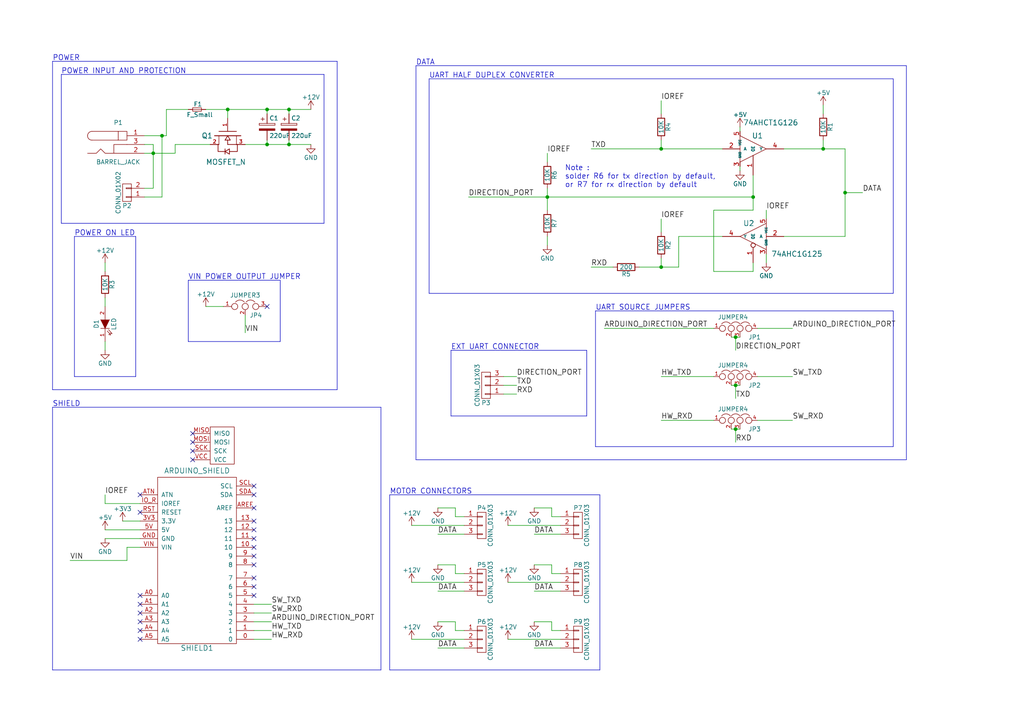
<source format=kicad_sch>
(kicad_sch (version 20230121) (generator eeschema)
  (paper "A4")
  (lib_symbols
    (symbol "74:74AHC1G125" (pin_names (offset 1.016))
      (property "Reference" "U" (at -1.27 5.08 0))
      (property "Value" "74AHC1G125" (at 5.08 7.62 0))
      (symbol "74AHC1G125_0_1"
        (polyline (pts (xy -3.81 -3.81) (xy -3.81 3.81) (xy 3.81 0) (xy -3.81 -3.81)))
      )
      (symbol "74AHC1G125_1_1"
        (pin input inverted (at 0 -7.62 90) (length 5.715) (name "0E") (number "1"))
        (pin input line (at -8.89 0 0) (length 5.08) (name "A") (number "2"))
        (pin power_in line (at -3.81 -5.08 90) (length 1.27) (name "GND") (number "3"))
        (pin output line (at 8.89 0 180) (length 5.08) (name "Y") (number "4"))
        (pin power_in line (at -3.81 5.08 270) (length 1.27) (name "VCC") (number "5"))
      )
    )
    (symbol "74:74AHCT1G126" (pin_names (offset 1.016))
      (property "Reference" "U" (at -1.27 5.08 0))
      (property "Value" "74AHCT1G126" (at 5.08 7.62 0))
      (symbol "74AHCT1G126_0_1"
        (polyline (pts (xy -3.81 -3.81) (xy -3.81 3.81) (xy 3.81 0) (xy -3.81 -3.81)))
      )
      (symbol "74AHCT1G126_1_1"
        (pin input line (at 0 -7.62 90) (length 5.715) (name "0E") (number "1"))
        (pin input line (at -8.89 0 0) (length 5.08) (name "A") (number "2"))
        (pin power_in line (at -3.81 -5.08 90) (length 1.27) (name "GND") (number "3"))
        (pin output line (at 8.89 0 180) (length 5.08) (name "Y") (number "4"))
        (pin power_in line (at -3.81 5.08 270) (length 1.27) (name "VCC") (number "5"))
      )
    )
    (symbol "arduino:ARDUINO_SHIELD" (pin_names (offset 1.016))
      (property "Reference" "SHIELD" (at 0 -22.86 0))
      (property "Value" "ARDUINO_SHIELD" (at 0 28.575 0))
      (symbol "ARDUINO_SHIELD_0_1"
        (rectangle (start -11.43 26.67) (end 11.43 -21.59))
        (rectangle (start 3.81 41.275) (end 10.795 30.48))
      )
      (symbol "ARDUINO_SHIELD_1_1"
        (pin bidirectional line (at 16.51 -20.32 180) (length 5.08) (name "0") (number "0"))
        (pin bidirectional line (at 16.51 -17.78 180) (length 5.08) (name "1") (number "1"))
        (pin bidirectional line (at 16.51 6.35 180) (length 5.08) (name "10") (number "10"))
        (pin bidirectional line (at 16.51 8.89 180) (length 5.08) (name "11") (number "11"))
        (pin bidirectional line (at 16.51 11.43 180) (length 5.08) (name "12") (number "12"))
        (pin bidirectional line (at 16.51 13.97 180) (length 5.08) (name "13") (number "13"))
        (pin bidirectional line (at 16.51 -15.24 180) (length 5.08) (name "2") (number "2"))
        (pin bidirectional line (at 16.51 -12.7 180) (length 5.08) (name "3") (number "3"))
        (pin power_in line (at -16.51 13.97 0) (length 5.08) (name "3.3V") (number "3V3"))
        (pin bidirectional line (at 16.51 -10.16 180) (length 5.08) (name "4") (number "4"))
        (pin bidirectional line (at 16.51 -7.62 180) (length 5.08) (name "5") (number "5"))
        (pin power_in line (at -16.51 11.43 0) (length 5.08) (name "5V") (number "5V"))
        (pin bidirectional line (at 16.51 -5.08 180) (length 5.08) (name "6") (number "6"))
        (pin bidirectional line (at 16.51 -2.54 180) (length 5.08) (name "7") (number "7"))
        (pin bidirectional line (at 16.51 1.27 180) (length 5.08) (name "8") (number "8"))
        (pin bidirectional line (at 16.51 3.81 180) (length 5.08) (name "9") (number "9"))
        (pin bidirectional line (at -16.51 -7.62 0) (length 5.08) (name "A0") (number "A0"))
        (pin bidirectional line (at -16.51 -10.16 0) (length 5.08) (name "A1") (number "A1"))
        (pin bidirectional line (at -16.51 -12.7 0) (length 5.08) (name "A2") (number "A2"))
        (pin bidirectional line (at -16.51 -15.24 0) (length 5.08) (name "A3") (number "A3"))
        (pin bidirectional line (at -16.51 -17.78 0) (length 5.08) (name "A4") (number "A4"))
        (pin bidirectional line (at -16.51 -20.32 0) (length 5.08) (name "A5") (number "A5"))
        (pin bidirectional line (at 16.51 17.78 180) (length 5.08) (name "AREF") (number "AREF"))
        (pin power_in line (at -16.51 21.59 0) (length 5.08) (name "ATN") (number "ATN"))
        (pin power_in line (at -16.51 8.89 0) (length 5.08) (name "GND") (number "GND"))
        (pin power_in line (at -16.51 19.05 0) (length 5.08) (name "IOREF") (number "IO_R"))
        (pin bidirectional line (at -1.27 39.37 0) (length 5.08) (name "MISO") (number "MISO"))
        (pin bidirectional line (at -1.27 36.83 0) (length 5.08) (name "MOSI") (number "MOSI"))
        (pin bidirectional line (at -16.51 16.51 0) (length 5.08) (name "RESET") (number "RST"))
        (pin bidirectional line (at -1.27 34.29 0) (length 5.08) (name "SCK") (number "SCK"))
        (pin bidirectional line (at 16.51 24.13 180) (length 5.08) (name "SCL") (number "SCL"))
        (pin bidirectional line (at 16.51 21.59 180) (length 5.08) (name "SDA") (number "SDA"))
        (pin power_in line (at -1.27 31.75 0) (length 5.08) (name "VCC") (number "VCC"))
        (pin power_in line (at -16.51 6.35 0) (length 5.08) (name "VIN") (number "VIN"))
      )
    )
    (symbol "custom_device:JUMPER4" (pin_names (offset 0.762) hide)
      (property "Reference" "JP" (at 3.175 -2.54 0))
      (property "Value" "JUMPER4" (at -1.27 2.54 0))
      (symbol "JUMPER4_0_1"
        (circle (center -3.81 0) (radius 0.889))
        (arc (start -1.524 1.27) (mid -2.794 1.8804) (end -4.064 1.27))
        (circle (center -1.27 0) (radius 0.9144))
        (circle (center 1.27 0) (radius 0.9144))
        (arc (start 1.27 1.27) (mid 0 1.8804) (end -1.27 1.27))
        (circle (center 3.81 0) (radius 0.9144))
        (arc (start 4.064 1.27) (mid 2.794 1.8804) (end 1.524 1.27))
        (pin passive line (at -6.35 0 0) (length 1.651) (name "1") (number "1"))
        (pin passive line (at -1.27 -2.54 90) (length 1.524) (name "2") (number "2"))
        (pin passive line (at 1.27 -2.54 90) (length 1.524) (name "3") (number "3"))
        (pin passive line (at 6.35 0 180) (length 1.651) (name "4") (number "4"))
      )
    )
    (symbol "dynamixel_shield-rescue:+12V" (power) (pin_names (offset 0))
      (property "Value" "+12V" (at 0 3.556 0))
      (symbol "+12V_0_1"
        (polyline (pts (xy -0.762 1.27) (xy 0 2.54)))
        (polyline (pts (xy 0 0) (xy 0 2.54)))
        (polyline (pts (xy 0 2.54) (xy 0.762 1.27)))
      )
      (symbol "+12V_1_1"
        (pin power_in line (at 0 0 90) (length 0) hide (name "+12V") (number "1"))
      )
    )
    (symbol "dynamixel_shield-rescue:+3.3V" (power) (pin_names (offset 0))
      (property "Value" "+3.3V" (at 0 3.556 0))
      (symbol "+3.3V_0_1"
        (polyline (pts (xy -0.762 1.27) (xy 0 2.54)))
        (polyline (pts (xy 0 0) (xy 0 2.54)))
        (polyline (pts (xy 0 2.54) (xy 0.762 1.27)))
      )
      (symbol "+3.3V_1_1"
        (pin power_in line (at 0 0 90) (length 0) hide (name "+3V3") (number "1"))
      )
    )
    (symbol "dynamixel_shield-rescue:+5V" (power) (pin_names (offset 0))
      (property "Value" "+5V" (at 0 3.556 0))
      (symbol "+5V_0_1"
        (polyline (pts (xy -0.762 1.27) (xy 0 2.54)))
        (polyline (pts (xy 0 0) (xy 0 2.54)))
        (polyline (pts (xy 0 2.54) (xy 0.762 1.27)))
      )
      (symbol "+5V_1_1"
        (pin power_in line (at 0 0 90) (length 0) hide (name "+5V") (number "1"))
      )
    )
    (symbol "dynamixel_shield-rescue:BARREL_JACK" (pin_names (offset 1.016))
      (property "Reference" "CON" (at 0 6.35 0))
      (property "Value" "BARREL_JACK" (at 0 -5.08 0))
      (symbol "BARREL_JACK_0_1"
        (arc (start -8.89 2.54) (mid -8.5271 1.6254) (end -7.62 1.27))
        (arc (start -7.62 3.81) (mid -8.5088 3.4366) (end -8.89 2.54))
        (polyline (pts (xy -7.62 1.27) (xy 0 1.27)))
        (polyline (pts (xy 0 3.81) (xy -7.62 3.81)))
        (polyline (pts (xy 2.54 0) (xy -1.27 0) (xy -1.27 -2.54)))
        (polyline (pts (xy 2.54 -2.54) (xy -3.81 -2.54) (xy -5.08 -1.27) (xy -6.35 -2.54) (xy -8.89 -2.54)))
        (rectangle (start 2.54 3.81) (end 0 1.27))
      )
      (symbol "BARREL_JACK_1_1"
        (pin passive line (at 7.62 2.54 180) (length 5.08) (name "~") (number "1"))
        (pin passive line (at 7.62 -2.54 180) (length 5.08) (name "~") (number "2"))
        (pin passive line (at 7.62 0 180) (length 5.08) (name "~") (number "3"))
      )
    )
    (symbol "dynamixel_shield-rescue:CONN_01X02" (pin_names (offset 1.016) hide)
      (property "Reference" "P" (at 0 3.81 0))
      (property "Value" "CONN_01X02" (at 2.54 0 90))
      (symbol "CONN_01X02_0_1"
        (rectangle (start -1.27 -1.143) (end 0.254 -1.397))
        (rectangle (start -1.27 1.397) (end 0.254 1.143))
        (rectangle (start -1.27 2.54) (end 1.27 -2.54))
      )
      (symbol "CONN_01X02_1_1"
        (pin passive line (at -5.08 1.27 0) (length 3.81) (name "P1") (number "1"))
        (pin passive line (at -5.08 -1.27 0) (length 3.81) (name "P2") (number "2"))
      )
    )
    (symbol "dynamixel_shield-rescue:CONN_01X03" (pin_names (offset 1.016) hide)
      (property "Reference" "P" (at 0 5.08 0))
      (property "Value" "CONN_01X03" (at 2.54 0 90))
      (symbol "CONN_01X03_0_1"
        (rectangle (start -1.27 -2.413) (end 0.254 -2.667))
        (rectangle (start -1.27 0.127) (end 0.254 -0.127))
        (rectangle (start -1.27 2.667) (end 0.254 2.413))
        (rectangle (start -1.27 3.81) (end 1.27 -3.81))
      )
      (symbol "CONN_01X03_1_1"
        (pin passive line (at -5.08 2.54 0) (length 3.81) (name "P1") (number "1"))
        (pin passive line (at -5.08 0 0) (length 3.81) (name "P2") (number "2"))
        (pin passive line (at -5.08 -2.54 0) (length 3.81) (name "P3") (number "3"))
      )
    )
    (symbol "dynamixel_shield-rescue:CP" (pin_numbers hide) (pin_names (offset 0.254))
      (property "Reference" "C" (at 0.635 2.54 0))
      (property "Value" "CP" (at 0.635 -2.54 0))
      (symbol "CP_0_1"
        (rectangle (start -2.286 0.508) (end -2.286 1.016))
        (rectangle (start -2.286 0.508) (end 2.286 0.508))
        (polyline (pts (xy -1.778 2.286) (xy -0.762 2.286)))
        (polyline (pts (xy -1.27 2.794) (xy -1.27 1.778)))
        (rectangle (start 2.286 -0.508) (end -2.286 -1.016) (fill (type outline)))
        (rectangle (start 2.286 1.016) (end -2.286 1.016))
        (rectangle (start 2.286 1.016) (end 2.286 0.508))
      )
      (symbol "CP_1_1"
        (pin passive line (at 0 3.81 270) (length 2.794) (name "~") (number "1"))
        (pin passive line (at 0 -3.81 90) (length 2.794) (name "~") (number "2"))
      )
    )
    (symbol "dynamixel_shield-rescue:F_Small" (pin_numbers hide) (pin_names (offset 0.254) hide)
      (property "Reference" "F" (at -1.016 1.524 0))
      (property "Value" "F_Small" (at -3.048 -1.524 0))
      (symbol "F_Small_0_1"
        (rectangle (start -1.27 0.508) (end 1.27 -0.508))
        (polyline (pts (xy -1.27 0) (xy 1.27 0)))
      )
      (symbol "F_Small_1_1"
        (pin passive line (at -2.54 0 0) (length 1.27) (name "~") (number "1"))
        (pin passive line (at 2.54 0 180) (length 1.27) (name "~") (number "2"))
      )
    )
    (symbol "dynamixel_shield-rescue:GND" (power) (pin_names (offset 0))
      (property "Value" "GND" (at 0 -3.81 0))
      (symbol "GND_0_1"
        (polyline (pts (xy 0 0) (xy 0 -1.27) (xy 1.27 -1.27) (xy 0 -2.54) (xy -1.27 -1.27) (xy 0 -1.27)))
      )
      (symbol "GND_1_1"
        (pin power_in line (at 0 0 270) (length 0) hide (name "GND") (number "1"))
      )
    )
    (symbol "dynamixel_shield-rescue:JUMPER3" (pin_names (offset 0.762) hide)
      (property "Reference" "JP" (at 1.27 -2.54 0))
      (property "Value" "JUMPER3" (at 0 2.54 0))
      (symbol "JUMPER3_0_1"
        (circle (center -3.048 0) (radius 0.889))
        (arc (start -0.254 1.27) (mid -1.524 1.8804) (end -2.794 1.27))
        (circle (center 0 0) (radius 0.9144))
        (arc (start 2.794 1.27) (mid 1.524 1.8804) (end 0.254 1.27))
        (circle (center 3.048 0) (radius 0.889))
        (pin passive line (at -6.35 0 0) (length 2.413) (name "1") (number "1"))
        (pin passive line (at 0 -2.54 90) (length 1.524) (name "2") (number "2"))
        (pin passive line (at 6.35 0 180) (length 2.413) (name "3") (number "3"))
      )
    )
    (symbol "dynamixel_shield-rescue:LED-RESCUE-dynamixel_shield" (pin_names (offset 1.016) hide)
      (property "Reference" "D" (at 0 2.54 0))
      (property "Value" "LED-RESCUE-dynamixel_shield" (at 0 -2.54 0))
      (symbol "LED-RESCUE-dynamixel_shield_0_1"
        (polyline (pts (xy -1.27 1.27) (xy -1.27 -1.27)))
        (polyline (pts (xy -2.032 -0.635) (xy -3.175 -1.651) (xy -3.048 -1.016)))
        (polyline (pts (xy -1.651 -1.016) (xy -2.794 -2.032) (xy -2.667 -1.397)))
        (polyline (pts (xy 1.27 1.27) (xy -1.27 0) (xy 1.27 -1.27)) (fill (type outline)))
      )
      (symbol "LED-RESCUE-dynamixel_shield_1_1"
        (pin passive line (at -5.08 0 0) (length 3.81) (name "K") (number "1"))
        (pin passive line (at 5.08 0 180) (length 3.81) (name "A") (number "2"))
      )
    )
    (symbol "dynamixel_shield-rescue:MOSFET_N" (pin_names (offset 0) hide)
      (property "Reference" "Q" (at -2.286 4.318 0))
      (property "Value" "MOSFET_N" (at 1.524 -6.35 0))
      (symbol "MOSFET_N_0_1"
        (polyline (pts (xy -1.27 -2.54) (xy -1.27 2.54)) (stroke (width 0.2032)))
        (polyline (pts (xy 0 -3.81) (xy 0 3.81)) (stroke (width 0.254)))
        (polyline (pts (xy 1.27 0) (xy 2.54 0)) (stroke (width 0.2032)))
        (polyline (pts (xy 2.54 -2.54) (xy 0 -2.54)))
        (polyline (pts (xy 2.54 -2.54) (xy 2.54 0)) (stroke (width 0.2032)))
        (polyline (pts (xy 2.54 2.54) (xy 0 2.54)))
        (polyline (pts (xy 5.334 0.762) (xy 3.81 0.762)) (stroke (width 0.2032)))
        (polyline (pts (xy 2.54 -2.794) (xy 4.572 -2.794) (xy 4.572 -0.508)) (stroke (width 0.2032)))
        (polyline (pts (xy 4.572 0.762) (xy 4.572 2.794) (xy 2.54 2.794)) (stroke (width 0.2032)))
        (polyline (pts (xy 1.27 0.762) (xy 1.27 -0.762) (xy 0 0) (xy 1.27 0.762) (xy 1.27 0.762)) (stroke (width 0.2032)))
        (polyline (pts (xy 5.334 -0.508) (xy 3.81 -0.508) (xy 4.572 0.762) (xy 5.334 -0.508) (xy 5.334 -0.508)) (stroke (width 0.2032)))
      )
      (symbol "MOSFET_N_1_1"
        (pin input line (at -5.08 0 0) (length 3.81) (name "G") (number "1"))
        (pin passive line (at 2.54 5.08 270) (length 2.54) (name "D") (number "2"))
        (pin passive line (at 2.54 -5.08 90) (length 2.54) (name "S") (number "3"))
      )
    )
    (symbol "dynamixel_shield-rescue:R" (pin_numbers hide) (pin_names (offset 0))
      (property "Reference" "R" (at 2.032 0 90))
      (property "Value" "R" (at 0 0 90))
      (symbol "R_0_1"
        (rectangle (start -1.016 -2.54) (end 1.016 2.54) (stroke (width 0.254)))
      )
      (symbol "R_1_1"
        (pin passive line (at 0 3.81 270) (length 1.27) (name "~") (number "1"))
        (pin passive line (at 0 -3.81 90) (length 1.27) (name "~") (number "2"))
      )
    )
  )
  (junction (at 44.45 44.45))
  (junction (at 158.75 57.15))
  (junction (at 213.36 124.46))
  (junction (at 213.36 97.79))
  (junction (at 191.77 77.47))
  (junction (at 218.44 57.15))
  (junction (at 245.11 55.88))
  (junction (at 46.99 39.37))
  (junction (at 83.82 41.91))
  (junction (at 83.82 31.75))
  (junction (at 238.76 43.18))
  (junction (at 77.47 41.91))
  (junction (at 77.47 31.75))
  (junction (at 191.77 43.18))
  (junction (at 213.36 111.76))
  (junction (at 66.04 31.75))
  (no_connect (at 40.64 182.88))
  (no_connect (at 73.66 172.72))
  (no_connect (at 73.66 170.18))
  (no_connect (at 73.66 147.32))
  (no_connect (at 73.66 156.21))
  (no_connect (at 40.64 177.8))
  (no_connect (at 40.64 180.34))
  (no_connect (at 73.66 167.64))
  (no_connect (at 73.66 158.75))
  (no_connect (at 73.66 140.97))
  (no_connect (at 40.64 172.72))
  (no_connect (at 40.64 185.42))
  (no_connect (at 40.64 143.51))
  (no_connect (at 73.66 143.51))
  (no_connect (at 55.88 130.81))
  (no_connect (at 55.88 125.73))
  (no_connect (at 73.66 151.13))
  (no_connect (at 73.66 161.29))
  (no_connect (at 40.64 175.26))
  (no_connect (at 77.47 88.9))
  (no_connect (at 40.64 148.59))
  (no_connect (at 55.88 128.27))
  (no_connect (at 73.66 163.83))
  (no_connect (at 55.88 133.35))
  (no_connect (at 73.66 153.67))
  (wire (pts (xy 245.11 68.58) (xy 245.11 55.88)))
  (wire (pts (xy 154.94 171.45) (xy 162.56 171.45)))
  (wire (pts (xy 78.74 180.34) (xy 73.66 180.34)))
  (wire (pts (xy 213.36 124.46) (xy 213.36 128.27)))
  (wire (pts (xy 66.04 34.29) (xy 66.04 31.75)))
  (polyline (pts (xy 120.65 19.05) (xy 262.89 19.05)))
  (wire (pts (xy 196.85 68.58) (xy 196.85 77.47)))
  (polyline (pts (xy 173.99 143.51) (xy 173.99 194.31)))
  (polyline (pts (xy 15.24 17.78) (xy 97.79 17.78)))
  (wire (pts (xy 41.91 44.45) (xy 44.45 44.45)))
  (wire (pts (xy 175.26 95.25) (xy 207.01 95.25)))
  (wire (pts (xy 36.83 162.56) (xy 20.32 162.56)))
  (polyline (pts (xy 170.18 101.6) (xy 170.18 120.65)))
  (wire (pts (xy 127 154.94) (xy 134.62 154.94)))
  (polyline (pts (xy 110.49 194.31) (xy 15.24 194.31)))
  (wire (pts (xy 77.47 31.75) (xy 77.47 33.02)))
  (polyline (pts (xy 262.89 133.35) (xy 120.65 133.35)))
  (wire (pts (xy 158.75 71.12) (xy 158.75 68.58)))
  (wire (pts (xy 219.71 95.25) (xy 229.87 95.25)))
  (wire (pts (xy 77.47 41.91) (xy 83.82 41.91)))
  (wire (pts (xy 127 147.32) (xy 132.08 147.32)))
  (polyline (pts (xy 110.49 118.11) (xy 110.49 194.31)))
  (wire (pts (xy 30.48 86.36) (xy 30.48 88.9)))
  (polyline (pts (xy 15.24 194.31) (xy 15.24 118.11)))
  (polyline (pts (xy 262.89 19.05) (xy 262.89 133.35)))
  (wire (pts (xy 214.63 48.26) (xy 214.63 49.53)))
  (wire (pts (xy 154.94 180.34) (xy 160.02 180.34)))
  (wire (pts (xy 146.05 114.3) (xy 149.86 114.3)))
  (polyline (pts (xy 15.24 113.03) (xy 15.24 17.78)))
  (polyline (pts (xy 172.72 129.54) (xy 172.72 90.17)))
  (wire (pts (xy 41.91 57.15) (xy 46.99 57.15)))
  (wire (pts (xy 191.77 77.47) (xy 185.42 77.47)))
  (wire (pts (xy 158.75 54.61) (xy 158.75 57.15)))
  (wire (pts (xy 209.55 43.18) (xy 191.77 43.18)))
  (wire (pts (xy 191.77 63.5) (xy 191.77 67.31)))
  (wire (pts (xy 207.01 60.96) (xy 207.01 78.74)))
  (wire (pts (xy 48.26 39.37) (xy 46.99 39.37)))
  (polyline (pts (xy 93.98 21.59) (xy 93.98 64.77)))
  (wire (pts (xy 238.76 43.18) (xy 245.11 43.18)))
  (wire (pts (xy 83.82 40.64) (xy 83.82 41.91)))
  (wire (pts (xy 50.8 44.45) (xy 50.8 41.91)))
  (wire (pts (xy 132.08 166.37) (xy 134.62 166.37)))
  (wire (pts (xy 158.75 44.45) (xy 158.75 46.99)))
  (wire (pts (xy 36.83 158.75) (xy 36.83 162.56)))
  (polyline (pts (xy 170.18 120.65) (xy 130.81 120.65)))
  (wire (pts (xy 48.26 31.75) (xy 48.26 39.37)))
  (wire (pts (xy 196.85 77.47) (xy 191.77 77.47)))
  (wire (pts (xy 119.38 152.4) (xy 134.62 152.4)))
  (wire (pts (xy 146.05 109.22) (xy 149.86 109.22)))
  (wire (pts (xy 127 171.45) (xy 134.62 171.45)))
  (polyline (pts (xy 113.03 194.31) (xy 113.03 143.51)))
  (wire (pts (xy 54.61 31.75) (xy 48.26 31.75)))
  (wire (pts (xy 191.77 109.22) (xy 207.01 109.22)))
  (wire (pts (xy 147.32 152.4) (xy 162.56 152.4)))
  (wire (pts (xy 209.55 68.58) (xy 196.85 68.58)))
  (wire (pts (xy 191.77 74.93) (xy 191.77 77.47)))
  (polyline (pts (xy 21.59 109.22) (xy 21.59 68.58)))
  (polyline (pts (xy 15.24 118.11) (xy 110.49 118.11)))
  (polyline (pts (xy 81.28 99.06) (xy 54.61 99.06)))
  (wire (pts (xy 44.45 44.45) (xy 50.8 44.45)))
  (wire (pts (xy 46.99 39.37) (xy 41.91 39.37)))
  (wire (pts (xy 227.33 43.18) (xy 238.76 43.18)))
  (wire (pts (xy 132.08 180.34) (xy 132.08 182.88)))
  (wire (pts (xy 160.02 147.32) (xy 160.02 149.86)))
  (wire (pts (xy 158.75 57.15) (xy 158.75 60.96)))
  (polyline (pts (xy 259.08 90.17) (xy 259.08 129.54)))
  (wire (pts (xy 213.36 111.76) (xy 213.36 115.57)))
  (wire (pts (xy 119.38 185.42) (xy 134.62 185.42)))
  (wire (pts (xy 191.77 40.64) (xy 191.77 43.18)))
  (wire (pts (xy 212.09 124.46) (xy 213.36 124.46)))
  (wire (pts (xy 245.11 55.88) (xy 245.11 43.18)))
  (wire (pts (xy 44.45 54.61) (xy 41.91 54.61)))
  (polyline (pts (xy 97.79 17.78) (xy 97.79 113.03)))
  (wire (pts (xy 132.08 149.86) (xy 134.62 149.86)))
  (wire (pts (xy 213.36 111.76) (xy 214.63 111.76)))
  (polyline (pts (xy 173.99 194.31) (xy 113.03 194.31)))
  (wire (pts (xy 83.82 31.75) (xy 90.17 31.75)))
  (wire (pts (xy 238.76 40.64) (xy 238.76 43.18)))
  (wire (pts (xy 218.44 50.8) (xy 218.44 57.15)))
  (polyline (pts (xy 120.65 133.35) (xy 120.65 19.05)))
  (wire (pts (xy 30.48 143.51) (xy 30.48 146.05)))
  (wire (pts (xy 83.82 33.02) (xy 83.82 31.75)))
  (polyline (pts (xy 113.03 143.51) (xy 173.99 143.51)))
  (wire (pts (xy 127 163.83) (xy 132.08 163.83)))
  (wire (pts (xy 227.33 68.58) (xy 245.11 68.58)))
  (wire (pts (xy 191.77 121.92) (xy 207.01 121.92)))
  (wire (pts (xy 218.44 60.96) (xy 207.01 60.96)))
  (wire (pts (xy 44.45 41.91) (xy 44.45 44.45)))
  (wire (pts (xy 119.38 168.91) (xy 134.62 168.91)))
  (wire (pts (xy 160.02 163.83) (xy 160.02 166.37)))
  (polyline (pts (xy 259.08 129.54) (xy 172.72 129.54)))
  (wire (pts (xy 147.32 185.42) (xy 162.56 185.42)))
  (wire (pts (xy 83.82 41.91) (xy 90.17 41.91)))
  (wire (pts (xy 160.02 182.88) (xy 162.56 182.88)))
  (wire (pts (xy 222.25 63.5) (xy 222.25 60.96)))
  (wire (pts (xy 218.44 78.74) (xy 218.44 76.2)))
  (wire (pts (xy 41.91 41.91) (xy 44.45 41.91)))
  (polyline (pts (xy 172.72 90.17) (xy 259.08 90.17)))
  (wire (pts (xy 213.36 97.79) (xy 214.63 97.79)))
  (wire (pts (xy 213.36 97.79) (xy 213.36 101.6)))
  (wire (pts (xy 30.48 146.05) (xy 40.64 146.05)))
  (wire (pts (xy 154.94 163.83) (xy 160.02 163.83)))
  (wire (pts (xy 160.02 180.34) (xy 160.02 182.88)))
  (wire (pts (xy 238.76 30.48) (xy 238.76 33.02)))
  (wire (pts (xy 160.02 166.37) (xy 162.56 166.37)))
  (wire (pts (xy 127 187.96) (xy 134.62 187.96)))
  (polyline (pts (xy 93.98 64.77) (xy 17.78 64.77)))
  (wire (pts (xy 66.04 31.75) (xy 77.47 31.75)))
  (wire (pts (xy 212.09 111.76) (xy 213.36 111.76)))
  (wire (pts (xy 191.77 43.18) (xy 171.45 43.18)))
  (polyline (pts (xy 130.81 120.65) (xy 130.81 101.6)))
  (wire (pts (xy 127 180.34) (xy 132.08 180.34)))
  (wire (pts (xy 40.64 158.75) (xy 36.83 158.75)))
  (wire (pts (xy 214.63 36.83) (xy 214.63 38.1)))
  (wire (pts (xy 50.8 41.91) (xy 60.96 41.91)))
  (wire (pts (xy 154.94 147.32) (xy 160.02 147.32)))
  (wire (pts (xy 40.64 151.13) (xy 35.56 151.13)))
  (wire (pts (xy 77.47 31.75) (xy 83.82 31.75)))
  (polyline (pts (xy 130.81 101.6) (xy 170.18 101.6)))
  (wire (pts (xy 171.45 77.47) (xy 177.8 77.47)))
  (wire (pts (xy 132.08 182.88) (xy 134.62 182.88)))
  (wire (pts (xy 213.36 124.46) (xy 214.63 124.46)))
  (wire (pts (xy 222.25 73.66) (xy 222.25 76.2)))
  (wire (pts (xy 59.69 31.75) (xy 66.04 31.75)))
  (polyline (pts (xy 259.08 85.09) (xy 124.46 85.09)))
  (wire (pts (xy 44.45 44.45) (xy 44.45 54.61)))
  (wire (pts (xy 212.09 97.79) (xy 213.36 97.79)))
  (wire (pts (xy 191.77 29.21) (xy 191.77 33.02)))
  (wire (pts (xy 78.74 185.42) (xy 73.66 185.42)))
  (wire (pts (xy 30.48 99.06) (xy 30.48 101.6)))
  (wire (pts (xy 46.99 57.15) (xy 46.99 39.37)))
  (polyline (pts (xy 97.79 113.03) (xy 15.24 113.03)))
  (polyline (pts (xy 39.37 68.58) (xy 39.37 109.22)))
  (wire (pts (xy 218.44 57.15) (xy 218.44 60.96)))
  (wire (pts (xy 135.89 57.15) (xy 158.75 57.15)))
  (wire (pts (xy 132.08 147.32) (xy 132.08 149.86)))
  (wire (pts (xy 132.08 163.83) (xy 132.08 166.37)))
  (polyline (pts (xy 54.61 99.06) (xy 54.61 81.28)))
  (polyline (pts (xy 54.61 81.28) (xy 81.28 81.28)))
  (wire (pts (xy 30.48 76.2) (xy 30.48 78.74)))
  (polyline (pts (xy 124.46 85.09) (xy 124.46 22.86)))
  (polyline (pts (xy 259.08 22.86) (xy 259.08 85.09)))
  (polyline (pts (xy 17.78 21.59) (xy 93.98 21.59)))
  (wire (pts (xy 154.94 187.96) (xy 162.56 187.96)))
  (polyline (pts (xy 81.28 81.28) (xy 81.28 99.06)))
  (wire (pts (xy 219.71 121.92) (xy 229.87 121.92)))
  (wire (pts (xy 207.01 78.74) (xy 218.44 78.74)))
  (wire (pts (xy 154.94 154.94) (xy 162.56 154.94)))
  (wire (pts (xy 73.66 182.88) (xy 78.74 182.88)))
  (wire (pts (xy 160.02 149.86) (xy 162.56 149.86)))
  (polyline (pts (xy 21.59 68.58) (xy 39.37 68.58)))
  (wire (pts (xy 71.12 91.44) (xy 71.12 96.52)))
  (wire (pts (xy 64.77 88.9) (xy 59.69 88.9)))
  (wire (pts (xy 30.48 153.67) (xy 40.64 153.67)))
  (wire (pts (xy 250.19 55.88) (xy 245.11 55.88)))
  (wire (pts (xy 77.47 40.64) (xy 77.47 41.91)))
  (wire (pts (xy 71.12 41.91) (xy 77.47 41.91)))
  (wire (pts (xy 219.71 109.22) (xy 229.87 109.22)))
  (wire (pts (xy 73.66 175.26) (xy 78.74 175.26)))
  (wire (pts (xy 147.32 168.91) (xy 162.56 168.91)))
  (wire (pts (xy 73.66 177.8) (xy 78.74 177.8)))
  (polyline (pts (xy 124.46 22.86) (xy 259.08 22.86)))
  (polyline (pts (xy 17.78 64.77) (xy 17.78 21.59)))
  (wire (pts (xy 158.75 57.15) (xy 218.44 57.15)))
  (wire (pts (xy 40.64 156.21) (xy 30.48 156.21)))
  (polyline (pts (xy 39.37 109.22) (xy 21.59 109.22)))
  (wire (pts (xy 149.86 111.76) (xy 146.05 111.76)))
  (text "EXT UART CONNECTOR" (at 130.81 101.6 0) (effects (font (size 1.524 1.524)) (justify left bottom)))
  (text "SHIELD" (at 15.24 118.11 0) (effects (font (size 1.524 1.524)) (justify left bottom)))
  (text "POWER" (at 15.24 17.78 0) (effects (font (size 1.524 1.524)) (justify left bottom)))
  (text "DATA" (at 120.65 19.05 0) (effects (font (size 1.524 1.524)) (justify left bottom)))
  (text "VIN POWER OUTPUT JUMPER" (at 54.61 81.28 0) (effects (font (size 1.524 1.524)) (justify left bottom)))
  (text "Note : \nsolder R6 for tx direction by default, \nor R7 for rx direction by default" (at 163.83 54.61 0) (effects (font (size 1.524 1.524)) (justify left bottom)))
  (text "UART HALF DUPLEX CONVERTER" (at 124.46 22.86 0) (effects (font (size 1.524 1.524)) (justify left bottom)))
  (text "POWER INPUT AND PROTECTION" (at 17.78 21.59 0) (effects (font (size 1.524 1.524)) (justify left bottom)))
  (text "MOTOR CONNECTORS" (at 113.03 143.51 0) (effects (font (size 1.524 1.524)) (justify left bottom)))
  (text "POWER ON LED" (at 21.59 68.58 0) (effects (font (size 1.524 1.524)) (justify left bottom)))
  (text "UART SOURCE JUMPERS" (at 172.72 90.17 0) (effects (font (size 1.524 1.524)) (justify left bottom)))
  (label "HW_TXD" (at 191.77 109.22 0) (effects (font (size 1.524 1.524))))
  (label "IOREF" (at 158.75 44.45 0) (effects (font (size 1.524 1.524))))
  (label "DIRECTION_PORT" (at 213.36 101.6 0) (effects (font (size 1.524 1.524))))
  (label "DATA" (at 127 187.96 0) (effects (font (size 1.524 1.524))))
  (label "ARDUINO_DIRECTION_PORT" (at 229.87 95.25 0) (effects (font (size 1.524 1.524))))
  (label "TXD" (at 149.86 111.76 0) (effects (font (size 1.524 1.524))))
  (label "SW_RXD" (at 229.87 121.92 0) (effects (font (size 1.524 1.524))))
  (label "IOREF" (at 30.48 143.51 0) (effects (font (size 1.524 1.524))))
  (label "SW_RXD" (at 78.74 177.8 0) (effects (font (size 1.524 1.524))))
  (label "RXD" (at 213.36 128.27 0) (effects (font (size 1.524 1.524))))
  (label "HW_RXD" (at 191.77 121.92 0) (effects (font (size 1.524 1.524))))
  (label "DIRECTION_PORT" (at 149.86 109.22 0) (effects (font (size 1.524 1.524))))
  (label "RXD" (at 149.86 114.3 0) (effects (font (size 1.524 1.524))))
  (label "DATA" (at 154.94 171.45 0) (effects (font (size 1.524 1.524))))
  (label "DIRECTION_PORT" (at 135.89 57.15 0) (effects (font (size 1.524 1.524))))
  (label "ARDUINO_DIRECTION_PORT" (at 175.26 95.25 0) (effects (font (size 1.524 1.524))))
  (label "DATA" (at 154.94 154.94 0) (effects (font (size 1.524 1.524))))
  (label "VIN" (at 71.12 96.52 0) (effects (font (size 1.524 1.524))))
  (label "HW_TXD" (at 78.74 182.88 0) (effects (font (size 1.524 1.524))))
  (label "DATA" (at 250.19 55.88 0) (effects (font (size 1.524 1.524))))
  (label "IOREF" (at 191.77 29.21 0) (effects (font (size 1.524 1.524))))
  (label "VIN" (at 20.32 162.56 0) (effects (font (size 1.524 1.524))))
  (label "TXD" (at 171.45 43.18 0) (effects (font (size 1.524 1.524))))
  (label "DATA" (at 127 154.94 0) (effects (font (size 1.524 1.524))))
  (label "IOREF" (at 222.25 60.96 0) (effects (font (size 1.524 1.524))))
  (label "HW_RXD" (at 78.74 185.42 0) (effects (font (size 1.524 1.524))))
  (label "IOREF" (at 191.77 63.5 0) (effects (font (size 1.524 1.524))))
  (label "TXD" (at 213.36 115.57 0) (effects (font (size 1.524 1.524))))
  (label "ARDUINO_DIRECTION_PORT" (at 78.74 180.34 0) (effects (font (size 1.524 1.524))))
  (label "SW_TXD" (at 78.74 175.26 0) (effects (font (size 1.524 1.524))))
  (label "DATA" (at 127 171.45 0) (effects (font (size 1.524 1.524))))
  (label "SW_TXD" (at 229.87 109.22 0) (effects (font (size 1.524 1.524))))
  (label "DATA" (at 154.94 187.96 0) (effects (font (size 1.524 1.524))))
  (label "RXD" (at 171.45 77.47 0) (effects (font (size 1.524 1.524))))
  (symbol (lib_id "dynamixel_shield-rescue:GND") (at 30.48 156.21 0) (unit 1)
    (property "Reference" "#PWR01" (effects hide))
    (property "Value" "GND" (at 30.48 160.02 0))
  )
  (symbol (lib_id "dynamixel_shield-rescue:+5V") (at 30.48 153.67 0) (unit 1)
    (property "Reference" "#PWR02" (effects hide))
    (property "Value" "+5V" (at 30.48 150.114 0))
  )
  (symbol (lib_id "dynamixel_shield-rescue:+3.3V") (at 35.56 151.13 0) (unit 1)
    (property "Reference" "#PWR03" (effects hide))
    (property "Value" "+3.3V" (at 35.56 147.574 0))
  )
  (symbol (lib_id "dynamixel_shield-rescue:MOSFET_N") (at 66.04 39.37 90) (mirror x) (unit 1)
    (property "Reference" "Q1" (at 58.42 39.37 90) (effects (font (size 1.524 1.524)) (justify right)))
    (property "Value" "MOSFET_N" (at 59.69 46.99 90) (effects (font (size 1.524 1.524)) (justify right)))
    (property "Footprint" "TO_SOT_Packages_SMD:TO-252-2Lead" (effects hide))
  )
  (symbol (lib_id "dynamixel_shield-rescue:GND") (at 90.17 41.91 0) (unit 1)
    (property "Reference" "#PWR04" (effects hide))
    (property "Value" "GND" (at 90.17 45.72 0))
  )
  (symbol (lib_id "dynamixel_shield-rescue:R") (at 238.76 36.83 0) (unit 1)
    (property "Reference" "R1" (at 240.792 36.83 90))
    (property "Value" "10K" (at 238.76 36.83 90))
    (property "Footprint" "Resistors_SMD:R_0603_HandSoldering" (effects hide))
  )
  (symbol (lib_id "dynamixel_shield-rescue:+5V") (at 238.76 30.48 0) (unit 1)
    (property "Reference" "#PWR05" (effects hide))
    (property "Value" "+5V" (at 238.76 26.924 0))
  )
  (symbol (lib_id "dynamixel_shield-rescue:GND") (at 214.63 49.53 0) (unit 1)
    (property "Reference" "#PWR06" (effects hide))
    (property "Value" "GND" (at 214.63 53.34 0))
  )
  (symbol (lib_id "dynamixel_shield-rescue:+5V") (at 214.63 36.83 0) (unit 1)
    (property "Reference" "#PWR07" (effects hide))
    (property "Value" "+5V" (at 214.63 33.274 0))
  )
  (symbol (lib_id "dynamixel_shield-rescue:GND") (at 222.25 76.2 0) (unit 1)
    (property "Reference" "#PWR08" (effects hide))
    (property "Value" "GND" (at 222.25 80.01 0))
  )
  (symbol (lib_id "dynamixel_shield-rescue:R") (at 191.77 71.12 0) (unit 1)
    (property "Reference" "R2" (at 193.802 71.12 90))
    (property "Value" "10K" (at 191.77 71.12 90))
    (property "Footprint" "Resistors_SMD:R_0603_HandSoldering" (effects hide))
  )
  (symbol (lib_id "dynamixel_shield-rescue:CONN_01X03") (at 139.7 152.4 0) (unit 1)
    (property "Reference" "P4" (at 139.7 147.32 0))
    (property "Value" "CONN_01X03" (at 142.24 152.4 90))
    (property "Footprint" "molex:Molex_spox_1x3_right" (effects hide))
  )
  (symbol (lib_id "dynamixel_shield-rescue:GND") (at 127 147.32 0) (unit 1)
    (property "Reference" "#PWR09" (effects hide))
    (property "Value" "GND" (at 127 151.13 0))
  )
  (symbol (lib_id "dynamixel_shield-rescue:+12V") (at 119.38 152.4 0) (unit 1)
    (property "Reference" "#PWR010" (effects hide))
    (property "Value" "+12V" (at 119.38 148.844 0))
  )
  (symbol (lib_id "dynamixel_shield-rescue:CONN_01X03") (at 139.7 168.91 0) (unit 1)
    (property "Reference" "P5" (at 139.7 163.83 0))
    (property "Value" "CONN_01X03" (at 142.24 168.91 90))
    (property "Footprint" "molex:Molex_spox_1x3_right" (effects hide))
  )
  (symbol (lib_id "dynamixel_shield-rescue:GND") (at 127 163.83 0) (unit 1)
    (property "Reference" "#PWR011" (effects hide))
    (property "Value" "GND" (at 127 167.64 0))
  )
  (symbol (lib_id "dynamixel_shield-rescue:+12V") (at 119.38 168.91 0) (unit 1)
    (property "Reference" "#PWR012" (effects hide))
    (property "Value" "+12V" (at 119.38 165.354 0))
  )
  (symbol (lib_id "dynamixel_shield-rescue:CONN_01X03") (at 139.7 185.42 0) (unit 1)
    (property "Reference" "P6" (at 139.7 180.34 0))
    (property "Value" "CONN_01X03" (at 142.24 185.42 90))
    (property "Footprint" "molex:Molex_spox_1x3_right" (effects hide))
  )
  (symbol (lib_id "dynamixel_shield-rescue:GND") (at 127 180.34 0) (unit 1)
    (property "Reference" "#PWR013" (effects hide))
    (property "Value" "GND" (at 127 184.15 0))
  )
  (symbol (lib_id "dynamixel_shield-rescue:+12V") (at 119.38 185.42 0) (unit 1)
    (property "Reference" "#PWR014" (effects hide))
    (property "Value" "+12V" (at 119.38 181.864 0))
  )
  (symbol (lib_id "dynamixel_shield-rescue:CONN_01X03") (at 167.64 152.4 0) (unit 1)
    (property "Reference" "P7" (at 167.64 147.32 0))
    (property "Value" "CONN_01X03" (at 170.18 152.4 90))
    (property "Footprint" "molex:Molex_spox_1x3_right" (effects hide))
  )
  (symbol (lib_id "dynamixel_shield-rescue:GND") (at 154.94 147.32 0) (unit 1)
    (property "Reference" "#PWR015" (effects hide))
    (property "Value" "GND" (at 154.94 151.13 0))
  )
  (symbol (lib_id "dynamixel_shield-rescue:+12V") (at 147.32 152.4 0) (unit 1)
    (property "Reference" "#PWR016" (effects hide))
    (property "Value" "+12V" (at 147.32 148.844 0))
  )
  (symbol (lib_id "dynamixel_shield-rescue:+12V") (at 59.69 88.9 0) (unit 1)
    (property "Reference" "#PWR017" (effects hide))
    (property "Value" "+12V" (at 59.69 85.344 0))
  )
  (symbol (lib_id "dynamixel_shield-rescue:CONN_01X02") (at 36.83 55.88 180) (unit 1)
    (property "Reference" "P2" (at 36.83 59.69 0))
    (property "Value" "CONN_01X02" (at 34.29 55.88 90))
    (property "Footprint" "Connect:bornier2" (effects hide))
  )
  (symbol (lib_id "74:74AHCT1G126") (at 218.44 43.18 0) (unit 1)
    (property "Reference" "U1" (at 219.71 39.37 0) (effects (font (size 1.524 1.524))))
    (property "Value" "74AHCT1G126" (at 223.52 35.56 0) (effects (font (size 1.524 1.524))))
    (property "Footprint" "TO_SOT_Packages_SMD:SOT-353" (effects hide))
  )
  (symbol (lib_id "74:74AHC1G125") (at 218.44 68.58 0) (mirror y) (unit 1)
    (property "Reference" "U2" (at 217.17 64.77 0) (effects (font (size 1.524 1.524))))
    (property "Value" "74AHC1G125" (at 231.14 73.66 0) (effects (font (size 1.524 1.524))))
    (property "Footprint" "TO_SOT_Packages_SMD:SOT-353" (effects hide))
  )
  (symbol (lib_id "dynamixel_shield-rescue:BARREL_JACK") (at 34.29 41.91 0) (unit 1)
    (property "Reference" "P1" (at 34.29 35.56 0))
    (property "Value" "BARREL_JACK" (at 34.29 46.99 0))
    (property "Footprint" "Connect:BARREL_JACK" (effects hide))
  )
  (symbol (lib_id "dynamixel_shield-rescue:F_Small") (at 57.15 31.75 0) (unit 1)
    (property "Reference" "F1" (at 56.134 30.226 0) (effects (justify left)))
    (property "Value" "F_Small" (at 54.102 33.274 0) (effects (justify left)))
    (property "Footprint" "fuse:Fuseholder5x20_horiz_lateral" (effects hide))
  )
  (symbol (lib_id "dynamixel_shield-rescue:+12V") (at 90.17 31.75 0) (unit 1)
    (property "Reference" "#PWR018" (effects hide))
    (property "Value" "+12V" (at 90.17 28.194 0))
  )
  (symbol (lib_id "dynamixel_shield-rescue:CONN_01X03") (at 140.97 111.76 180) (unit 1)
    (property "Reference" "P3" (at 140.97 116.84 0))
    (property "Value" "CONN_01X03" (at 138.43 111.76 90))
    (property "Footprint" "Pin_Headers:Pin_Header_Angled_1x03" (effects hide))
  )
  (symbol (lib_id "dynamixel_shield-rescue:CONN_01X03") (at 167.64 168.91 0) (unit 1)
    (property "Reference" "P8" (at 167.64 163.83 0))
    (property "Value" "CONN_01X03" (at 170.18 168.91 90))
    (property "Footprint" "molex:Molex_spox_1x3_straight" (effects hide))
  )
  (symbol (lib_id "dynamixel_shield-rescue:GND") (at 154.94 163.83 0) (unit 1)
    (property "Reference" "#PWR019" (effects hide))
    (property "Value" "GND" (at 154.94 167.64 0))
  )
  (symbol (lib_id "dynamixel_shield-rescue:+12V") (at 147.32 168.91 0) (unit 1)
    (property "Reference" "#PWR020" (effects hide))
    (property "Value" "+12V" (at 147.32 165.354 0))
  )
  (symbol (lib_id "dynamixel_shield-rescue:CONN_01X03") (at 167.64 185.42 0) (unit 1)
    (property "Reference" "P9" (at 167.64 180.34 0))
    (property "Value" "CONN_01X03" (at 170.18 185.42 90))
    (property "Footprint" "molex:Molex_spox_1x3_straight" (effects hide))
  )
  (symbol (lib_id "dynamixel_shield-rescue:GND") (at 154.94 180.34 0) (unit 1)
    (property "Reference" "#PWR021" (effects hide))
    (property "Value" "GND" (at 154.94 184.15 0))
  )
  (symbol (lib_id "dynamixel_shield-rescue:+12V") (at 147.32 185.42 0) (unit 1)
    (property "Reference" "#PWR022" (effects hide))
    (property "Value" "+12V" (at 147.32 181.864 0))
  )
  (symbol (lib_id "dynamixel_shield-rescue:JUMPER3") (at 71.12 88.9 0) (unit 1)
    (property "Reference" "JP4" (at 72.39 91.44 0) (effects (justify left)))
    (property "Value" "JUMPER3" (at 71.12 86.36 0) (effects (justify bottom)))
    (property "Footprint" "Pin_Headers:Pin_Header_Straight_1x03" (effects hide))
  )
  (symbol (lib_id "dynamixel_shield-rescue:CP") (at 77.47 36.83 0) (unit 1)
    (property "Reference" "C1" (at 78.105 34.29 0) (effects (justify left)))
    (property "Value" "220uF" (at 78.105 39.37 0) (effects (justify left)))
    (property "Footprint" "Capacitors_SMD:CP_Elec_6.3x7.7" (effects hide))
  )
  (symbol (lib_id "arduino:ARDUINO_SHIELD") (at 57.15 165.1 0) (unit 1)
    (property "Reference" "SHIELD1" (at 57.15 187.96 0) (effects (font (size 1.524 1.524))))
    (property "Value" "ARDUINO_SHIELD" (at 57.15 136.525 0) (effects (font (size 1.524 1.524))))
    (property "Footprint" "arduino:Arduino_shield_dynamixel" (effects hide))
  )
  (symbol (lib_id "custom_device:JUMPER4") (at 213.36 95.25 0) (unit 1)
    (property "Reference" "JP1" (at 217.043 97.79 0) (effects (justify left)))
    (property "Value" "JUMPER4" (at 212.598 92.71 0) (effects (justify bottom)))
    (property "Footprint" "Pin_Headers:Pin_Header_Straight_1x04" (effects hide))
  )
  (symbol (lib_id "custom_device:JUMPER4") (at 213.36 109.22 0) (unit 1)
    (property "Reference" "JP2" (at 217.043 111.76 0) (effects (justify left)))
    (property "Value" "JUMPER4" (at 212.598 106.68 0) (effects (justify bottom)))
    (property "Footprint" "Pin_Headers:Pin_Header_Straight_1x04" (effects hide))
  )
  (symbol (lib_id "custom_device:JUMPER4") (at 213.36 121.92 0) (unit 1)
    (property "Reference" "JP3" (at 217.043 124.46 0) (effects (justify left)))
    (property "Value" "JUMPER4" (at 212.598 119.38 0) (effects (justify bottom)))
    (property "Footprint" "Pin_Headers:Pin_Header_Straight_1x04" (effects hide))
  )
  (symbol (lib_id "dynamixel_shield-rescue:LED-RESCUE-dynamixel_shield") (at 30.48 93.98 90) (unit 1)
    (property "Reference" "D1" (at 27.94 93.98 0))
    (property "Value" "LED" (at 33.02 93.98 0))
    (property "Footprint" "LEDs:LED_0603" (effects hide))
  )
  (symbol (lib_id "dynamixel_shield-rescue:R") (at 30.48 82.55 0) (unit 1)
    (property "Reference" "R3" (at 32.512 82.55 90))
    (property "Value" "10K" (at 30.48 82.55 90))
    (property "Footprint" "Resistors_SMD:R_0603_HandSoldering" (effects hide))
  )
  (symbol (lib_id "dynamixel_shield-rescue:+12V") (at 30.48 76.2 0) (unit 1)
    (property "Reference" "#PWR023" (effects hide))
    (property "Value" "+12V" (at 30.48 72.644 0))
  )
  (symbol (lib_id "dynamixel_shield-rescue:GND") (at 30.48 101.6 0) (unit 1)
    (property "Reference" "#PWR024" (effects hide))
    (property "Value" "GND" (at 30.48 105.41 0))
  )
  (symbol (lib_id "dynamixel_shield-rescue:R") (at 181.61 77.47 270) (unit 1)
    (property "Reference" "R5" (at 181.61 79.502 90))
    (property "Value" "200" (at 181.61 77.47 90))
    (property "Footprint" "Resistors_SMD:R_0603_HandSoldering" (effects hide))
  )
  (symbol (lib_id "dynamixel_shield-rescue:R") (at 191.77 36.83 0) (unit 1)
    (property "Reference" "R4" (at 193.802 36.83 90))
    (property "Value" "10K" (at 191.77 36.83 90))
    (property "Footprint" "Resistors_SMD:R_0603_HandSoldering" (effects hide))
  )
  (symbol (lib_id "dynamixel_shield-rescue:R") (at 158.75 50.8 0) (unit 1)
    (property "Reference" "R6" (at 160.782 50.8 90))
    (property "Value" "10K" (at 158.75 50.8 90))
    (property "Footprint" "Resistors_SMD:R_0603_HandSoldering" (effects hide))
  )
  (symbol (lib_id "dynamixel_shield-rescue:R") (at 158.75 64.77 0) (unit 1)
    (property "Reference" "R7" (at 160.782 64.77 90))
    (property "Value" "10K" (at 158.75 64.77 90))
    (property "Footprint" "Resistors_SMD:R_0603_HandSoldering" (effects hide))
  )
  (symbol (lib_id "dynamixel_shield-rescue:GND") (at 158.75 71.12 0) (unit 1)
    (property "Reference" "#PWR025" (effects hide))
    (property "Value" "GND" (at 158.75 74.93 0))
  )
  (symbol (lib_id "dynamixel_shield-rescue:CP") (at 83.82 36.83 0) (unit 1)
    (property "Reference" "C2" (at 84.455 34.29 0) (effects (justify left)))
    (property "Value" "220uF" (at 84.455 39.37 0) (effects (justify left)))
    (property "Footprint" "Capacitors_SMD:CP_Elec_6.3x7.7" (effects hide))
  )
)
</source>
